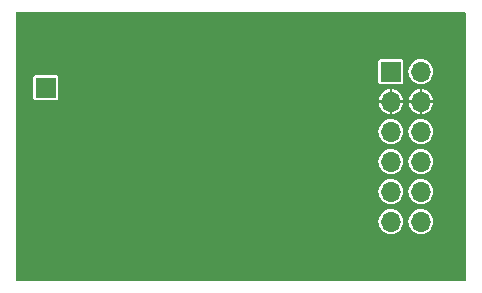
<source format=gbr>
%TF.GenerationSoftware,KiCad,Pcbnew,7.0.1*%
%TF.CreationDate,2023-04-28T09:42:27+02:00*%
%TF.ProjectId,RFM69HW_ANT,52464d36-3948-4575-9f41-4e542e6b6963,rev?*%
%TF.SameCoordinates,Original*%
%TF.FileFunction,Copper,L2,Bot*%
%TF.FilePolarity,Positive*%
%FSLAX46Y46*%
G04 Gerber Fmt 4.6, Leading zero omitted, Abs format (unit mm)*
G04 Created by KiCad (PCBNEW 7.0.1) date 2023-04-28 09:42:27*
%MOMM*%
%LPD*%
G01*
G04 APERTURE LIST*
%TA.AperFunction,ComponentPad*%
%ADD10R,1.700000X1.700000*%
%TD*%
%TA.AperFunction,ComponentPad*%
%ADD11O,1.700000X1.700000*%
%TD*%
%TA.AperFunction,ViaPad*%
%ADD12C,0.800000*%
%TD*%
G04 APERTURE END LIST*
D10*
%TO.P,J1,1,Pin_1*%
%TO.N,VCC*%
X149860000Y-43180000D03*
D11*
%TO.P,J1,2,Pin_2*%
X152400000Y-43180000D03*
%TO.P,J1,3,Pin_3*%
%TO.N,GND*%
X149860000Y-45720000D03*
%TO.P,J1,4,Pin_4*%
X152400000Y-45720000D03*
%TO.P,J1,5,Pin_5*%
%TO.N,SCK*%
X149860000Y-48260000D03*
%TO.P,J1,6,Pin_6*%
%TO.N,unconnected-(J1-Pin_6-Pad6)*%
X152400000Y-48260000D03*
%TO.P,J1,7,Pin_7*%
%TO.N,MISO*%
X149860000Y-50800000D03*
%TO.P,J1,8,Pin_8*%
%TO.N,unconnected-(J1-Pin_8-Pad8)*%
X152400000Y-50800000D03*
%TO.P,J1,9,Pin_9*%
%TO.N,MOSI*%
X149860000Y-53340000D03*
%TO.P,J1,10,Pin_10*%
%TO.N,nRESET*%
X152400000Y-53340000D03*
%TO.P,J1,11,Pin_11*%
%TO.N,nCS*%
X149860000Y-55880000D03*
%TO.P,J1,12,Pin_12*%
%TO.N,DIO0*%
X152400000Y-55880000D03*
%TD*%
D10*
%TO.P,J2,1,Pin_1*%
%TO.N,Net-(J2-Pin_1)*%
X120650000Y-44530000D03*
%TD*%
D12*
%TO.N,GND*%
X136906000Y-54356000D03*
X136906000Y-50800000D03*
X136906000Y-52578000D03*
%TD*%
%TA.AperFunction,Conductor*%
%TO.N,GND*%
G36*
X156135000Y-38138763D02*
G01*
X156171237Y-38175000D01*
X156184500Y-38224500D01*
X156184500Y-60835500D01*
X156171237Y-60885000D01*
X156135000Y-60921237D01*
X156085500Y-60934500D01*
X118234500Y-60934500D01*
X118185000Y-60921237D01*
X118148763Y-60885000D01*
X118135500Y-60835500D01*
X118135500Y-55880000D01*
X148804416Y-55880000D01*
X148824699Y-56085933D01*
X148884767Y-56283952D01*
X148884768Y-56283954D01*
X148982315Y-56466450D01*
X149113590Y-56626410D01*
X149273550Y-56757685D01*
X149456046Y-56855232D01*
X149654066Y-56915300D01*
X149860000Y-56935583D01*
X150065934Y-56915300D01*
X150263954Y-56855232D01*
X150446450Y-56757685D01*
X150606410Y-56626410D01*
X150737685Y-56466450D01*
X150835232Y-56283954D01*
X150895300Y-56085934D01*
X150915583Y-55880000D01*
X151344416Y-55880000D01*
X151364699Y-56085933D01*
X151424767Y-56283952D01*
X151424768Y-56283954D01*
X151522315Y-56466450D01*
X151653590Y-56626410D01*
X151813550Y-56757685D01*
X151996046Y-56855232D01*
X152194066Y-56915300D01*
X152400000Y-56935583D01*
X152605934Y-56915300D01*
X152803954Y-56855232D01*
X152986450Y-56757685D01*
X153146410Y-56626410D01*
X153277685Y-56466450D01*
X153375232Y-56283954D01*
X153435300Y-56085934D01*
X153455583Y-55880000D01*
X153435300Y-55674066D01*
X153375232Y-55476046D01*
X153277685Y-55293550D01*
X153146410Y-55133590D01*
X152986450Y-55002315D01*
X152803954Y-54904768D01*
X152803953Y-54904767D01*
X152803952Y-54904767D01*
X152605933Y-54844699D01*
X152400000Y-54824416D01*
X152194066Y-54844699D01*
X151996047Y-54904767D01*
X151813549Y-55002315D01*
X151653590Y-55133590D01*
X151522315Y-55293549D01*
X151424767Y-55476047D01*
X151364699Y-55674066D01*
X151344416Y-55880000D01*
X150915583Y-55880000D01*
X150895300Y-55674066D01*
X150835232Y-55476046D01*
X150737685Y-55293550D01*
X150606410Y-55133590D01*
X150446450Y-55002315D01*
X150263954Y-54904768D01*
X150263953Y-54904767D01*
X150263952Y-54904767D01*
X150065933Y-54844699D01*
X149860000Y-54824416D01*
X149654066Y-54844699D01*
X149456047Y-54904767D01*
X149273549Y-55002315D01*
X149113590Y-55133590D01*
X148982315Y-55293549D01*
X148884767Y-55476047D01*
X148824699Y-55674066D01*
X148804416Y-55880000D01*
X118135500Y-55880000D01*
X118135500Y-53339999D01*
X148804416Y-53339999D01*
X148824699Y-53545933D01*
X148884767Y-53743952D01*
X148884768Y-53743954D01*
X148982315Y-53926450D01*
X149113590Y-54086410D01*
X149273550Y-54217685D01*
X149456046Y-54315232D01*
X149654066Y-54375300D01*
X149860000Y-54395583D01*
X150065934Y-54375300D01*
X150263954Y-54315232D01*
X150446450Y-54217685D01*
X150606410Y-54086410D01*
X150737685Y-53926450D01*
X150835232Y-53743954D01*
X150895300Y-53545934D01*
X150915583Y-53340000D01*
X150915583Y-53339999D01*
X151344416Y-53339999D01*
X151364699Y-53545933D01*
X151424767Y-53743952D01*
X151424768Y-53743954D01*
X151522315Y-53926450D01*
X151653590Y-54086410D01*
X151813550Y-54217685D01*
X151996046Y-54315232D01*
X152194066Y-54375300D01*
X152400000Y-54395583D01*
X152605934Y-54375300D01*
X152803954Y-54315232D01*
X152986450Y-54217685D01*
X153146410Y-54086410D01*
X153277685Y-53926450D01*
X153375232Y-53743954D01*
X153435300Y-53545934D01*
X153455583Y-53340000D01*
X153435300Y-53134066D01*
X153375232Y-52936046D01*
X153277685Y-52753550D01*
X153146410Y-52593590D01*
X152986450Y-52462315D01*
X152803954Y-52364768D01*
X152803953Y-52364767D01*
X152803952Y-52364767D01*
X152605933Y-52304699D01*
X152400000Y-52284416D01*
X152194066Y-52304699D01*
X151996047Y-52364767D01*
X151813549Y-52462315D01*
X151653590Y-52593590D01*
X151522315Y-52753549D01*
X151424767Y-52936047D01*
X151364699Y-53134066D01*
X151344416Y-53339999D01*
X150915583Y-53339999D01*
X150895300Y-53134066D01*
X150835232Y-52936046D01*
X150737685Y-52753550D01*
X150606410Y-52593590D01*
X150446450Y-52462315D01*
X150263954Y-52364768D01*
X150263953Y-52364767D01*
X150263952Y-52364767D01*
X150065933Y-52304699D01*
X149860000Y-52284416D01*
X149654066Y-52304699D01*
X149456047Y-52364767D01*
X149273549Y-52462315D01*
X149113590Y-52593590D01*
X148982315Y-52753549D01*
X148884767Y-52936047D01*
X148824699Y-53134066D01*
X148804416Y-53339999D01*
X118135500Y-53339999D01*
X118135500Y-50800000D01*
X148804416Y-50800000D01*
X148824699Y-51005933D01*
X148884767Y-51203952D01*
X148884768Y-51203954D01*
X148982315Y-51386450D01*
X149113590Y-51546410D01*
X149273550Y-51677685D01*
X149456046Y-51775232D01*
X149654065Y-51835299D01*
X149654066Y-51835300D01*
X149859999Y-51855583D01*
X149859999Y-51855582D01*
X149860000Y-51855583D01*
X150065934Y-51835300D01*
X150263954Y-51775232D01*
X150446450Y-51677685D01*
X150606410Y-51546410D01*
X150737685Y-51386450D01*
X150835232Y-51203954D01*
X150895300Y-51005934D01*
X150915583Y-50800000D01*
X151344416Y-50800000D01*
X151364699Y-51005933D01*
X151424767Y-51203952D01*
X151424768Y-51203954D01*
X151522315Y-51386450D01*
X151653590Y-51546410D01*
X151813550Y-51677685D01*
X151996046Y-51775232D01*
X152194065Y-51835299D01*
X152194066Y-51835300D01*
X152399999Y-51855583D01*
X152399999Y-51855582D01*
X152400000Y-51855583D01*
X152605934Y-51835300D01*
X152803954Y-51775232D01*
X152986450Y-51677685D01*
X153146410Y-51546410D01*
X153277685Y-51386450D01*
X153375232Y-51203954D01*
X153435300Y-51005934D01*
X153455583Y-50800000D01*
X153435300Y-50594066D01*
X153375232Y-50396046D01*
X153277685Y-50213550D01*
X153146410Y-50053590D01*
X152986450Y-49922315D01*
X152803954Y-49824768D01*
X152803953Y-49824767D01*
X152803952Y-49824767D01*
X152605933Y-49764699D01*
X152399999Y-49744416D01*
X152194066Y-49764699D01*
X151996047Y-49824767D01*
X151813549Y-49922315D01*
X151653590Y-50053590D01*
X151522315Y-50213549D01*
X151424767Y-50396047D01*
X151364699Y-50594066D01*
X151344416Y-50800000D01*
X150915583Y-50800000D01*
X150895300Y-50594066D01*
X150835232Y-50396046D01*
X150737685Y-50213550D01*
X150606410Y-50053590D01*
X150446450Y-49922315D01*
X150263954Y-49824768D01*
X150263953Y-49824767D01*
X150263952Y-49824767D01*
X150065933Y-49764699D01*
X149859999Y-49744416D01*
X149654066Y-49764699D01*
X149456047Y-49824767D01*
X149273549Y-49922315D01*
X149113590Y-50053590D01*
X148982315Y-50213549D01*
X148884767Y-50396047D01*
X148824699Y-50594066D01*
X148804416Y-50800000D01*
X118135500Y-50800000D01*
X118135500Y-48259999D01*
X148804416Y-48259999D01*
X148824699Y-48465933D01*
X148884767Y-48663952D01*
X148884768Y-48663954D01*
X148982315Y-48846450D01*
X149113590Y-49006410D01*
X149273550Y-49137685D01*
X149456046Y-49235232D01*
X149654066Y-49295300D01*
X149860000Y-49315583D01*
X150065934Y-49295300D01*
X150263954Y-49235232D01*
X150446450Y-49137685D01*
X150606410Y-49006410D01*
X150737685Y-48846450D01*
X150835232Y-48663954D01*
X150895300Y-48465934D01*
X150915583Y-48260000D01*
X150915583Y-48259999D01*
X151344416Y-48259999D01*
X151364699Y-48465933D01*
X151424767Y-48663952D01*
X151424768Y-48663954D01*
X151522315Y-48846450D01*
X151653590Y-49006410D01*
X151813550Y-49137685D01*
X151996046Y-49235232D01*
X152194066Y-49295300D01*
X152400000Y-49315583D01*
X152605934Y-49295300D01*
X152803954Y-49235232D01*
X152986450Y-49137685D01*
X153146410Y-49006410D01*
X153277685Y-48846450D01*
X153375232Y-48663954D01*
X153435300Y-48465934D01*
X153455583Y-48260000D01*
X153435300Y-48054066D01*
X153375232Y-47856046D01*
X153277685Y-47673550D01*
X153146410Y-47513590D01*
X152986450Y-47382315D01*
X152803954Y-47284768D01*
X152803953Y-47284767D01*
X152803952Y-47284767D01*
X152605933Y-47224699D01*
X152400000Y-47204416D01*
X152194066Y-47224699D01*
X151996047Y-47284767D01*
X151813549Y-47382315D01*
X151653590Y-47513590D01*
X151522315Y-47673549D01*
X151424767Y-47856047D01*
X151364699Y-48054066D01*
X151344416Y-48259999D01*
X150915583Y-48259999D01*
X150895300Y-48054066D01*
X150835232Y-47856046D01*
X150737685Y-47673550D01*
X150606410Y-47513590D01*
X150446450Y-47382315D01*
X150263954Y-47284768D01*
X150263953Y-47284767D01*
X150263952Y-47284767D01*
X150065933Y-47224699D01*
X149860000Y-47204416D01*
X149654066Y-47224699D01*
X149456047Y-47284767D01*
X149273549Y-47382315D01*
X149113590Y-47513590D01*
X148982315Y-47673549D01*
X148884767Y-47856047D01*
X148824699Y-48054066D01*
X148804416Y-48259999D01*
X118135500Y-48259999D01*
X118135500Y-45820000D01*
X148814767Y-45820000D01*
X148825191Y-45925835D01*
X148885231Y-46123763D01*
X148982730Y-46306170D01*
X149113945Y-46466054D01*
X149273829Y-46597269D01*
X149456236Y-46694768D01*
X149654164Y-46754808D01*
X149759999Y-46765232D01*
X149760000Y-46765232D01*
X149960000Y-46765232D01*
X150065835Y-46754808D01*
X150263763Y-46694768D01*
X150446170Y-46597269D01*
X150606054Y-46466054D01*
X150737269Y-46306170D01*
X150834768Y-46123763D01*
X150894808Y-45925835D01*
X150905232Y-45820000D01*
X151354767Y-45820000D01*
X151365191Y-45925835D01*
X151425231Y-46123763D01*
X151522730Y-46306170D01*
X151653945Y-46466054D01*
X151813829Y-46597269D01*
X151996236Y-46694768D01*
X152194164Y-46754808D01*
X152299999Y-46765232D01*
X152300000Y-46765232D01*
X152500000Y-46765232D01*
X152605835Y-46754808D01*
X152803763Y-46694768D01*
X152986170Y-46597269D01*
X153146054Y-46466054D01*
X153277269Y-46306170D01*
X153374768Y-46123763D01*
X153434808Y-45925835D01*
X153445232Y-45820000D01*
X152500001Y-45820000D01*
X152500000Y-45820001D01*
X152500000Y-46765232D01*
X152300000Y-46765232D01*
X152300000Y-45820001D01*
X152299999Y-45820000D01*
X151354767Y-45820000D01*
X150905232Y-45820000D01*
X149960001Y-45820000D01*
X149960000Y-45820001D01*
X149960000Y-46765232D01*
X149760000Y-46765232D01*
X149760000Y-45820001D01*
X149759999Y-45820000D01*
X148814767Y-45820000D01*
X118135500Y-45820000D01*
X118135500Y-45619999D01*
X148814767Y-45619999D01*
X148814768Y-45620000D01*
X149759999Y-45620000D01*
X149760000Y-45619999D01*
X149760000Y-44674768D01*
X149759999Y-44674767D01*
X149960000Y-44674767D01*
X149960000Y-45619999D01*
X149960001Y-45620000D01*
X150905232Y-45620000D01*
X150905232Y-45619999D01*
X151354767Y-45619999D01*
X151354768Y-45620000D01*
X152299999Y-45620000D01*
X152300000Y-45619999D01*
X152300000Y-44674768D01*
X152299999Y-44674767D01*
X152500000Y-44674767D01*
X152500000Y-45619999D01*
X152500001Y-45620000D01*
X153445232Y-45620000D01*
X153445232Y-45619999D01*
X153434808Y-45514164D01*
X153374768Y-45316236D01*
X153277269Y-45133829D01*
X153146054Y-44973945D01*
X152986170Y-44842730D01*
X152803763Y-44745231D01*
X152605835Y-44685191D01*
X152500000Y-44674767D01*
X152299999Y-44674767D01*
X152194164Y-44685191D01*
X151996236Y-44745231D01*
X151813829Y-44842730D01*
X151653945Y-44973945D01*
X151522730Y-45133829D01*
X151425231Y-45316236D01*
X151365191Y-45514164D01*
X151354767Y-45619999D01*
X150905232Y-45619999D01*
X150894808Y-45514164D01*
X150834768Y-45316236D01*
X150737269Y-45133829D01*
X150606054Y-44973945D01*
X150446170Y-44842730D01*
X150263763Y-44745231D01*
X150065835Y-44685191D01*
X149960000Y-44674767D01*
X149759999Y-44674767D01*
X149654164Y-44685191D01*
X149456236Y-44745231D01*
X149273829Y-44842730D01*
X149113945Y-44973945D01*
X148982730Y-45133829D01*
X148885231Y-45316236D01*
X148825191Y-45514164D01*
X148814767Y-45619999D01*
X118135500Y-45619999D01*
X118135500Y-45399747D01*
X119599500Y-45399747D01*
X119611133Y-45458231D01*
X119655447Y-45524552D01*
X119699762Y-45554162D01*
X119721769Y-45568867D01*
X119780252Y-45580500D01*
X121519747Y-45580500D01*
X121519748Y-45580500D01*
X121578231Y-45568867D01*
X121644552Y-45524552D01*
X121688867Y-45458231D01*
X121700500Y-45399748D01*
X121700500Y-44049747D01*
X148809500Y-44049747D01*
X148821133Y-44108231D01*
X148865447Y-44174552D01*
X148909762Y-44204162D01*
X148931769Y-44218867D01*
X148990252Y-44230500D01*
X150729747Y-44230500D01*
X150729748Y-44230500D01*
X150788231Y-44218867D01*
X150854552Y-44174552D01*
X150898867Y-44108231D01*
X150910500Y-44049748D01*
X150910500Y-43179999D01*
X151344416Y-43179999D01*
X151364699Y-43385933D01*
X151410054Y-43535448D01*
X151424768Y-43583954D01*
X151522315Y-43766450D01*
X151653590Y-43926410D01*
X151813550Y-44057685D01*
X151996046Y-44155232D01*
X152194066Y-44215300D01*
X152400000Y-44235583D01*
X152605934Y-44215300D01*
X152803954Y-44155232D01*
X152986450Y-44057685D01*
X153146410Y-43926410D01*
X153277685Y-43766450D01*
X153375232Y-43583954D01*
X153435300Y-43385934D01*
X153455583Y-43180000D01*
X153435300Y-42974066D01*
X153375232Y-42776046D01*
X153277685Y-42593550D01*
X153146410Y-42433590D01*
X152986450Y-42302315D01*
X152803954Y-42204768D01*
X152803953Y-42204767D01*
X152803952Y-42204767D01*
X152605933Y-42144699D01*
X152400000Y-42124416D01*
X152194066Y-42144699D01*
X151996047Y-42204767D01*
X151813549Y-42302315D01*
X151653590Y-42433590D01*
X151522315Y-42593549D01*
X151424767Y-42776047D01*
X151364699Y-42974066D01*
X151344416Y-43179999D01*
X150910500Y-43179999D01*
X150910500Y-42310252D01*
X150898867Y-42251769D01*
X150884162Y-42229762D01*
X150854552Y-42185447D01*
X150788231Y-42141133D01*
X150788230Y-42141132D01*
X150729748Y-42129500D01*
X148990252Y-42129500D01*
X148961010Y-42135316D01*
X148931768Y-42141133D01*
X148865447Y-42185447D01*
X148821133Y-42251768D01*
X148809500Y-42310253D01*
X148809500Y-44049747D01*
X121700500Y-44049747D01*
X121700500Y-43660252D01*
X121688867Y-43601769D01*
X121674162Y-43579761D01*
X121644552Y-43535447D01*
X121578231Y-43491133D01*
X121578230Y-43491132D01*
X121519748Y-43479500D01*
X119780252Y-43479500D01*
X119751010Y-43485316D01*
X119721768Y-43491133D01*
X119655447Y-43535447D01*
X119611133Y-43601768D01*
X119599500Y-43660253D01*
X119599500Y-45399747D01*
X118135500Y-45399747D01*
X118135500Y-38224500D01*
X118148763Y-38175000D01*
X118185000Y-38138763D01*
X118234500Y-38125500D01*
X156085500Y-38125500D01*
X156135000Y-38138763D01*
G37*
%TD.AperFunction*%
%TD*%
M02*

</source>
